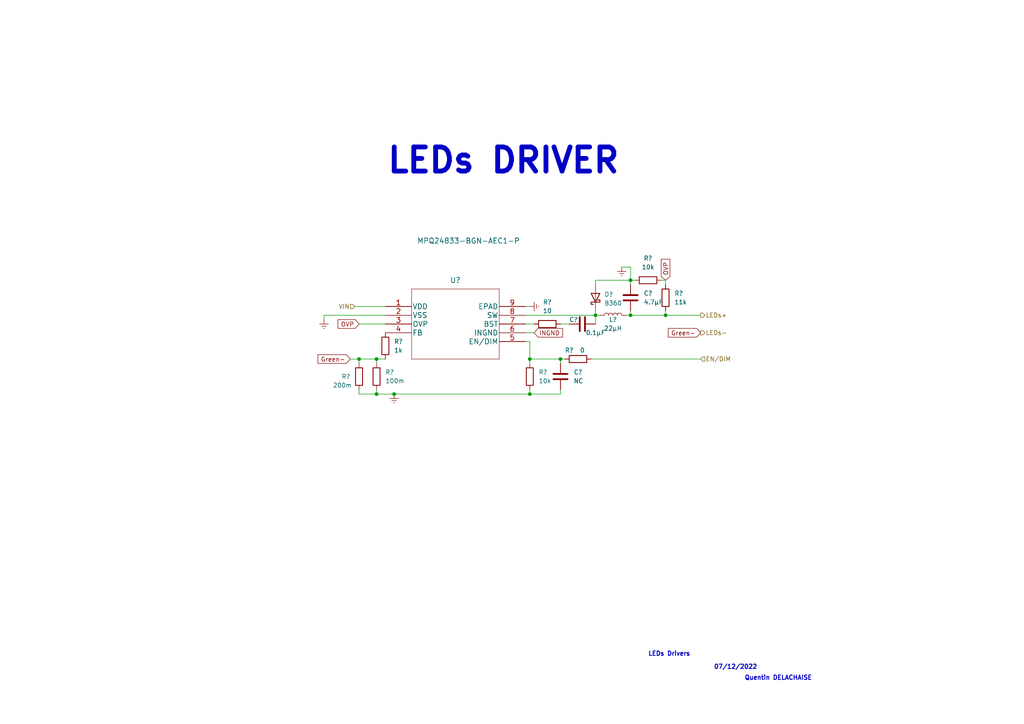
<source format=kicad_sch>
(kicad_sch (version 20211123) (generator eeschema)

  (uuid d6b815dd-2208-4874-b508-105785636584)

  (paper "A4")

  (lib_symbols
    (symbol "2022-11-15_15-27-28:MPQ24833-BGN-AEC1-P" (pin_names (offset 0.254)) (in_bom yes) (on_board yes)
      (property "Reference" "U1" (id 0) (at 20.32 11.43 0)
        (effects (font (size 1.524 1.524)))
      )
      (property "Value" "MPQ24833-BGN-AEC1-P" (id 1) (at 20.32 7.62 0)
        (effects (font (size 1.524 1.524)))
      )
      (property "Footprint" "Package_SO:SOIC-8-1EP_3.9x4.9mm_P1.27mm_EP2.29x3mm" (id 2) (at 20.32 6.096 0)
        (effects (font (size 1.524 1.524)) hide)
      )
      (property "Datasheet" "" (id 3) (at 0 0 0)
        (effects (font (size 1.524 1.524)))
      )
      (property "ki_locked" "" (id 4) (at 0 0 0)
        (effects (font (size 1.27 1.27)))
      )
      (property "ki_fp_filters" "SOIC-8_MPQ24833-BGN-AEC1_MNP SOIC-8_MPQ24833-BGN-AEC1_MNP-M SOIC-8_MPQ24833-BGN-AEC1_MNP-L" (id 5) (at 0 0 0)
        (effects (font (size 1.27 1.27)) hide)
      )
      (symbol "MPQ24833-BGN-AEC1-P_1_1"
        (polyline
          (pts
            (xy 7.62 -15.24)
            (xy 33.02 -15.24)
          )
          (stroke (width 0.127) (type default) (color 0 0 0 0))
          (fill (type none))
        )
        (polyline
          (pts
            (xy 7.62 5.08)
            (xy 7.62 -15.24)
          )
          (stroke (width 0.127) (type default) (color 0 0 0 0))
          (fill (type none))
        )
        (polyline
          (pts
            (xy 33.02 -15.24)
            (xy 33.02 5.08)
          )
          (stroke (width 0.127) (type default) (color 0 0 0 0))
          (fill (type none))
        )
        (polyline
          (pts
            (xy 33.02 5.08)
            (xy 7.62 5.08)
          )
          (stroke (width 0.127) (type default) (color 0 0 0 0))
          (fill (type none))
        )
        (pin power_in line (at 0 0 0) (length 7.62)
          (name "VDD" (effects (font (size 1.4986 1.4986))))
          (number "1" (effects (font (size 1.4986 1.4986))))
        )
        (pin power_in line (at 0 -2.54 0) (length 7.62)
          (name "VSS" (effects (font (size 1.4986 1.4986))))
          (number "2" (effects (font (size 1.4986 1.4986))))
        )
        (pin unspecified line (at 0 -5.08 0) (length 7.62)
          (name "OVP" (effects (font (size 1.4986 1.4986))))
          (number "3" (effects (font (size 1.4986 1.4986))))
        )
        (pin unspecified line (at 0 -7.62 0) (length 7.62)
          (name "FB" (effects (font (size 1.4986 1.4986))))
          (number "4" (effects (font (size 1.4986 1.4986))))
        )
        (pin unspecified line (at 40.64 -10.16 180) (length 7.62)
          (name "EN/DIM" (effects (font (size 1.4986 1.4986))))
          (number "5" (effects (font (size 1.4986 1.4986))))
        )
        (pin power_in line (at 40.64 -7.62 180) (length 7.62)
          (name "INGND" (effects (font (size 1.4986 1.4986))))
          (number "6" (effects (font (size 1.4986 1.4986))))
        )
        (pin unspecified line (at 40.64 -5.08 180) (length 7.62)
          (name "BST" (effects (font (size 1.4986 1.4986))))
          (number "7" (effects (font (size 1.4986 1.4986))))
        )
        (pin unspecified line (at 40.64 -2.54 180) (length 7.62)
          (name "SW" (effects (font (size 1.4986 1.4986))))
          (number "8" (effects (font (size 1.4986 1.4986))))
        )
        (pin power_in line (at 40.64 0 180) (length 7.62)
          (name "EPAD" (effects (font (size 1.4986 1.4986))))
          (number "9" (effects (font (size 1.4986 1.4986))))
        )
      )
    )
    (symbol "Device:C" (pin_numbers hide) (pin_names (offset 0.254)) (in_bom yes) (on_board yes)
      (property "Reference" "C" (id 0) (at 0.635 2.54 0)
        (effects (font (size 1.27 1.27)) (justify left))
      )
      (property "Value" "C" (id 1) (at 0.635 -2.54 0)
        (effects (font (size 1.27 1.27)) (justify left))
      )
      (property "Footprint" "" (id 2) (at 0.9652 -3.81 0)
        (effects (font (size 1.27 1.27)) hide)
      )
      (property "Datasheet" "~" (id 3) (at 0 0 0)
        (effects (font (size 1.27 1.27)) hide)
      )
      (property "ki_keywords" "cap capacitor" (id 4) (at 0 0 0)
        (effects (font (size 1.27 1.27)) hide)
      )
      (property "ki_description" "Unpolarized capacitor" (id 5) (at 0 0 0)
        (effects (font (size 1.27 1.27)) hide)
      )
      (property "ki_fp_filters" "C_*" (id 6) (at 0 0 0)
        (effects (font (size 1.27 1.27)) hide)
      )
      (symbol "C_0_1"
        (polyline
          (pts
            (xy -2.032 -0.762)
            (xy 2.032 -0.762)
          )
          (stroke (width 0.508) (type default) (color 0 0 0 0))
          (fill (type none))
        )
        (polyline
          (pts
            (xy -2.032 0.762)
            (xy 2.032 0.762)
          )
          (stroke (width 0.508) (type default) (color 0 0 0 0))
          (fill (type none))
        )
      )
      (symbol "C_1_1"
        (pin passive line (at 0 3.81 270) (length 2.794)
          (name "~" (effects (font (size 1.27 1.27))))
          (number "1" (effects (font (size 1.27 1.27))))
        )
        (pin passive line (at 0 -3.81 90) (length 2.794)
          (name "~" (effects (font (size 1.27 1.27))))
          (number "2" (effects (font (size 1.27 1.27))))
        )
      )
    )
    (symbol "Device:L" (pin_numbers hide) (pin_names (offset 1.016) hide) (in_bom yes) (on_board yes)
      (property "Reference" "L" (id 0) (at -1.27 0 90)
        (effects (font (size 1.27 1.27)))
      )
      (property "Value" "L" (id 1) (at 1.905 0 90)
        (effects (font (size 1.27 1.27)))
      )
      (property "Footprint" "" (id 2) (at 0 0 0)
        (effects (font (size 1.27 1.27)) hide)
      )
      (property "Datasheet" "~" (id 3) (at 0 0 0)
        (effects (font (size 1.27 1.27)) hide)
      )
      (property "ki_keywords" "inductor choke coil reactor magnetic" (id 4) (at 0 0 0)
        (effects (font (size 1.27 1.27)) hide)
      )
      (property "ki_description" "Inductor" (id 5) (at 0 0 0)
        (effects (font (size 1.27 1.27)) hide)
      )
      (property "ki_fp_filters" "Choke_* *Coil* Inductor_* L_*" (id 6) (at 0 0 0)
        (effects (font (size 1.27 1.27)) hide)
      )
      (symbol "L_0_1"
        (arc (start 0 -2.54) (mid 0.635 -1.905) (end 0 -1.27)
          (stroke (width 0) (type default) (color 0 0 0 0))
          (fill (type none))
        )
        (arc (start 0 -1.27) (mid 0.635 -0.635) (end 0 0)
          (stroke (width 0) (type default) (color 0 0 0 0))
          (fill (type none))
        )
        (arc (start 0 0) (mid 0.635 0.635) (end 0 1.27)
          (stroke (width 0) (type default) (color 0 0 0 0))
          (fill (type none))
        )
        (arc (start 0 1.27) (mid 0.635 1.905) (end 0 2.54)
          (stroke (width 0) (type default) (color 0 0 0 0))
          (fill (type none))
        )
      )
      (symbol "L_1_1"
        (pin passive line (at 0 3.81 270) (length 1.27)
          (name "1" (effects (font (size 1.27 1.27))))
          (number "1" (effects (font (size 1.27 1.27))))
        )
        (pin passive line (at 0 -3.81 90) (length 1.27)
          (name "2" (effects (font (size 1.27 1.27))))
          (number "2" (effects (font (size 1.27 1.27))))
        )
      )
    )
    (symbol "Device:R" (pin_numbers hide) (pin_names (offset 0)) (in_bom yes) (on_board yes)
      (property "Reference" "R" (id 0) (at 2.032 0 90)
        (effects (font (size 1.27 1.27)))
      )
      (property "Value" "R" (id 1) (at 0 0 90)
        (effects (font (size 1.27 1.27)))
      )
      (property "Footprint" "" (id 2) (at -1.778 0 90)
        (effects (font (size 1.27 1.27)) hide)
      )
      (property "Datasheet" "~" (id 3) (at 0 0 0)
        (effects (font (size 1.27 1.27)) hide)
      )
      (property "ki_keywords" "R res resistor" (id 4) (at 0 0 0)
        (effects (font (size 1.27 1.27)) hide)
      )
      (property "ki_description" "Resistor" (id 5) (at 0 0 0)
        (effects (font (size 1.27 1.27)) hide)
      )
      (property "ki_fp_filters" "R_*" (id 6) (at 0 0 0)
        (effects (font (size 1.27 1.27)) hide)
      )
      (symbol "R_0_1"
        (rectangle (start -1.016 -2.54) (end 1.016 2.54)
          (stroke (width 0.254) (type default) (color 0 0 0 0))
          (fill (type none))
        )
      )
      (symbol "R_1_1"
        (pin passive line (at 0 3.81 270) (length 1.27)
          (name "~" (effects (font (size 1.27 1.27))))
          (number "1" (effects (font (size 1.27 1.27))))
        )
        (pin passive line (at 0 -3.81 90) (length 1.27)
          (name "~" (effects (font (size 1.27 1.27))))
          (number "2" (effects (font (size 1.27 1.27))))
        )
      )
    )
    (symbol "Diode:B360" (pin_numbers hide) (pin_names (offset 1.016) hide) (in_bom yes) (on_board yes)
      (property "Reference" "D" (id 0) (at 0 2.54 0)
        (effects (font (size 1.27 1.27)))
      )
      (property "Value" "B360" (id 1) (at 0 -2.54 0)
        (effects (font (size 1.27 1.27)))
      )
      (property "Footprint" "Diode_SMD:D_SMC" (id 2) (at 0 -4.445 0)
        (effects (font (size 1.27 1.27)) hide)
      )
      (property "Datasheet" "http://www.jameco.com/Jameco/Products/ProdDS/1538777.pdf" (id 3) (at 0 0 0)
        (effects (font (size 1.27 1.27)) hide)
      )
      (property "ki_keywords" "diode Schottky" (id 4) (at 0 0 0)
        (effects (font (size 1.27 1.27)) hide)
      )
      (property "ki_description" "60V 3A Schottky Barrier Rectifier Diode, SMC" (id 5) (at 0 0 0)
        (effects (font (size 1.27 1.27)) hide)
      )
      (property "ki_fp_filters" "D*SMC*" (id 6) (at 0 0 0)
        (effects (font (size 1.27 1.27)) hide)
      )
      (symbol "B360_0_1"
        (polyline
          (pts
            (xy 1.27 0)
            (xy -1.27 0)
          )
          (stroke (width 0) (type default) (color 0 0 0 0))
          (fill (type none))
        )
        (polyline
          (pts
            (xy 1.27 1.27)
            (xy 1.27 -1.27)
            (xy -1.27 0)
            (xy 1.27 1.27)
          )
          (stroke (width 0.254) (type default) (color 0 0 0 0))
          (fill (type none))
        )
        (polyline
          (pts
            (xy -1.905 0.635)
            (xy -1.905 1.27)
            (xy -1.27 1.27)
            (xy -1.27 -1.27)
            (xy -0.635 -1.27)
            (xy -0.635 -0.635)
          )
          (stroke (width 0.254) (type default) (color 0 0 0 0))
          (fill (type none))
        )
      )
      (symbol "B360_1_1"
        (pin passive line (at -3.81 0 0) (length 2.54)
          (name "K" (effects (font (size 1.27 1.27))))
          (number "1" (effects (font (size 1.27 1.27))))
        )
        (pin passive line (at 3.81 0 180) (length 2.54)
          (name "A" (effects (font (size 1.27 1.27))))
          (number "2" (effects (font (size 1.27 1.27))))
        )
      )
    )
    (symbol "power:Earth" (power) (pin_names (offset 0)) (in_bom yes) (on_board yes)
      (property "Reference" "#PWR" (id 0) (at 0 -6.35 0)
        (effects (font (size 1.27 1.27)) hide)
      )
      (property "Value" "Earth" (id 1) (at 0 -3.81 0)
        (effects (font (size 1.27 1.27)) hide)
      )
      (property "Footprint" "" (id 2) (at 0 0 0)
        (effects (font (size 1.27 1.27)) hide)
      )
      (property "Datasheet" "~" (id 3) (at 0 0 0)
        (effects (font (size 1.27 1.27)) hide)
      )
      (property "ki_keywords" "power-flag ground gnd" (id 4) (at 0 0 0)
        (effects (font (size 1.27 1.27)) hide)
      )
      (property "ki_description" "Power symbol creates a global label with name \"Earth\"" (id 5) (at 0 0 0)
        (effects (font (size 1.27 1.27)) hide)
      )
      (symbol "Earth_0_1"
        (polyline
          (pts
            (xy -0.635 -1.905)
            (xy 0.635 -1.905)
          )
          (stroke (width 0) (type default) (color 0 0 0 0))
          (fill (type none))
        )
        (polyline
          (pts
            (xy -0.127 -2.54)
            (xy 0.127 -2.54)
          )
          (stroke (width 0) (type default) (color 0 0 0 0))
          (fill (type none))
        )
        (polyline
          (pts
            (xy 0 -1.27)
            (xy 0 0)
          )
          (stroke (width 0) (type default) (color 0 0 0 0))
          (fill (type none))
        )
        (polyline
          (pts
            (xy 1.27 -1.27)
            (xy -1.27 -1.27)
          )
          (stroke (width 0) (type default) (color 0 0 0 0))
          (fill (type none))
        )
      )
      (symbol "Earth_1_1"
        (pin power_in line (at 0 0 270) (length 0) hide
          (name "Earth" (effects (font (size 1.27 1.27))))
          (number "1" (effects (font (size 1.27 1.27))))
        )
      )
    )
  )

  (junction (at 153.67 104.14) (diameter 0) (color 0 0 0 0)
    (uuid 0e40d9a4-3c20-40fb-8a50-bc5aeb5e4f47)
  )
  (junction (at 193.04 91.44) (diameter 0) (color 0 0 0 0)
    (uuid 14d9e8aa-7a79-45a7-a68d-fecbd1e107c6)
  )
  (junction (at 182.88 81.28) (diameter 0) (color 0 0 0 0)
    (uuid 34f2988d-5478-4907-b467-24b5c068d3b2)
  )
  (junction (at 182.88 91.44) (diameter 0) (color 0 0 0 0)
    (uuid 4cacf17e-74f3-4077-8842-255e3872a622)
  )
  (junction (at 109.22 104.14) (diameter 0) (color 0 0 0 0)
    (uuid 596bd328-0819-43b4-a48f-f483e9b464a3)
  )
  (junction (at 162.56 104.14) (diameter 0) (color 0 0 0 0)
    (uuid 7230237a-adfb-4a83-8004-7b2d9d6fb050)
  )
  (junction (at 172.72 91.44) (diameter 0) (color 0 0 0 0)
    (uuid 8f183b73-e952-4a5a-8d79-ee61c62ee3ed)
  )
  (junction (at 109.22 114.3) (diameter 0) (color 0 0 0 0)
    (uuid a7f6d442-d3ea-4b37-a73c-69de2427d050)
  )
  (junction (at 114.3 114.3) (diameter 0) (color 0 0 0 0)
    (uuid d5e2903c-87c1-4050-80ac-cf146455beb6)
  )
  (junction (at 153.67 114.3) (diameter 0) (color 0 0 0 0)
    (uuid d756492c-4506-4b87-8ec9-b9a0d9e3b503)
  )
  (junction (at 104.14 104.14) (diameter 0) (color 0 0 0 0)
    (uuid e1c92ceb-cbff-4ac7-9abb-fef31c4dc831)
  )

  (wire (pts (xy 182.88 81.28) (xy 182.88 82.55))
    (stroke (width 0) (type default) (color 0 0 0 0))
    (uuid 0ab9fdff-26b9-49bb-a351-bb9e703b2964)
  )
  (wire (pts (xy 153.67 114.3) (xy 162.56 114.3))
    (stroke (width 0) (type default) (color 0 0 0 0))
    (uuid 13927988-cdcb-4332-859e-b18817518b72)
  )
  (wire (pts (xy 153.67 113.03) (xy 153.67 114.3))
    (stroke (width 0) (type default) (color 0 0 0 0))
    (uuid 1a1c8127-e0f1-4fb9-b0c1-e2bae1e54eca)
  )
  (wire (pts (xy 153.67 99.06) (xy 153.67 104.14))
    (stroke (width 0) (type default) (color 0 0 0 0))
    (uuid 1cc04f02-a48a-4dd3-8f22-0dc06fb3730e)
  )
  (wire (pts (xy 182.88 91.44) (xy 193.04 91.44))
    (stroke (width 0) (type default) (color 0 0 0 0))
    (uuid 1d2ad9a1-9da9-41cf-84db-2c8259c314b2)
  )
  (wire (pts (xy 114.3 114.3) (xy 109.22 114.3))
    (stroke (width 0) (type default) (color 0 0 0 0))
    (uuid 1e1e8c9c-c987-453c-8183-c196fb49313e)
  )
  (wire (pts (xy 182.88 77.47) (xy 182.88 81.28))
    (stroke (width 0) (type default) (color 0 0 0 0))
    (uuid 34554f07-4b94-4908-9f8d-e134366d53e1)
  )
  (wire (pts (xy 181.61 91.44) (xy 182.88 91.44))
    (stroke (width 0) (type default) (color 0 0 0 0))
    (uuid 3cbbf34d-4bf0-484f-b5dd-8a187b54460a)
  )
  (wire (pts (xy 152.4 88.9) (xy 153.67 88.9))
    (stroke (width 0) (type default) (color 0 0 0 0))
    (uuid 46482f22-8d31-4a7b-9f16-73182f8518ca)
  )
  (wire (pts (xy 152.4 91.44) (xy 172.72 91.44))
    (stroke (width 0) (type default) (color 0 0 0 0))
    (uuid 4c79615a-4977-499c-9b1c-0149bf82cc92)
  )
  (wire (pts (xy 101.6 104.14) (xy 104.14 104.14))
    (stroke (width 0) (type default) (color 0 0 0 0))
    (uuid 4d0d1ece-8d26-464e-a70b-357492aba1c9)
  )
  (wire (pts (xy 171.45 104.14) (xy 203.2 104.14))
    (stroke (width 0) (type default) (color 0 0 0 0))
    (uuid 59219387-b974-41e9-83a9-f447ae42cc02)
  )
  (wire (pts (xy 172.72 82.55) (xy 172.72 81.28))
    (stroke (width 0) (type default) (color 0 0 0 0))
    (uuid 599c2596-491b-4eb1-995d-f5aeaea7dcbb)
  )
  (wire (pts (xy 153.67 104.14) (xy 162.56 104.14))
    (stroke (width 0) (type default) (color 0 0 0 0))
    (uuid 5e4b52a6-0c5c-4916-99ea-7783526e329a)
  )
  (wire (pts (xy 172.72 90.17) (xy 172.72 91.44))
    (stroke (width 0) (type default) (color 0 0 0 0))
    (uuid 6c6ca83a-c645-47e0-b186-19fa40c4ad95)
  )
  (wire (pts (xy 180.34 77.47) (xy 182.88 77.47))
    (stroke (width 0) (type default) (color 0 0 0 0))
    (uuid 7086c5f7-2c53-4958-a032-c2bd22fe533e)
  )
  (wire (pts (xy 102.87 88.9) (xy 111.76 88.9))
    (stroke (width 0) (type default) (color 0 0 0 0))
    (uuid 70d8e4c9-b344-4598-9b8c-53d217e72d51)
  )
  (wire (pts (xy 172.72 91.44) (xy 173.99 91.44))
    (stroke (width 0) (type default) (color 0 0 0 0))
    (uuid 7131451a-c4b8-4366-9d76-e14538d82810)
  )
  (wire (pts (xy 104.14 113.03) (xy 104.14 114.3))
    (stroke (width 0) (type default) (color 0 0 0 0))
    (uuid 72410e1c-443c-4045-8745-0fbed655261b)
  )
  (wire (pts (xy 109.22 104.14) (xy 111.76 104.14))
    (stroke (width 0) (type default) (color 0 0 0 0))
    (uuid 751e5a06-864f-4e1d-9822-bde63576fab1)
  )
  (wire (pts (xy 152.4 99.06) (xy 153.67 99.06))
    (stroke (width 0) (type default) (color 0 0 0 0))
    (uuid 785206a0-8675-4ff8-957a-7c3d494fbdfe)
  )
  (wire (pts (xy 114.3 114.3) (xy 153.67 114.3))
    (stroke (width 0) (type default) (color 0 0 0 0))
    (uuid 78d49b5b-c0e2-4528-9058-19e5847627da)
  )
  (wire (pts (xy 104.14 104.14) (xy 109.22 104.14))
    (stroke (width 0) (type default) (color 0 0 0 0))
    (uuid 7d871f57-06fb-4613-b193-8e054f128f5a)
  )
  (wire (pts (xy 162.56 104.14) (xy 162.56 105.41))
    (stroke (width 0) (type default) (color 0 0 0 0))
    (uuid 83c15ce8-56ac-4999-94ed-c1b9c58ae073)
  )
  (wire (pts (xy 172.72 81.28) (xy 182.88 81.28))
    (stroke (width 0) (type default) (color 0 0 0 0))
    (uuid 869ac375-8e21-4f30-96a1-223b8647c628)
  )
  (wire (pts (xy 111.76 91.44) (xy 93.98 91.44))
    (stroke (width 0) (type default) (color 0 0 0 0))
    (uuid 91c9b3db-dc8b-4053-b39f-efd89e54736d)
  )
  (wire (pts (xy 152.4 96.52) (xy 154.94 96.52))
    (stroke (width 0) (type default) (color 0 0 0 0))
    (uuid 9d3247f0-0ee6-40ca-82b1-3e694fd00f40)
  )
  (wire (pts (xy 193.04 91.44) (xy 203.2 91.44))
    (stroke (width 0) (type default) (color 0 0 0 0))
    (uuid a77af939-00ad-4206-8a67-146a9f921011)
  )
  (wire (pts (xy 93.98 91.44) (xy 93.98 92.71))
    (stroke (width 0) (type default) (color 0 0 0 0))
    (uuid a9a62bb6-0d99-4707-a78c-bcd3e6accbab)
  )
  (wire (pts (xy 104.14 105.41) (xy 104.14 104.14))
    (stroke (width 0) (type default) (color 0 0 0 0))
    (uuid b1819cfe-0645-4838-92e7-2ee5b96e206d)
  )
  (wire (pts (xy 104.14 93.98) (xy 111.76 93.98))
    (stroke (width 0) (type default) (color 0 0 0 0))
    (uuid b31be3af-8d25-4158-980e-bb0285958776)
  )
  (wire (pts (xy 193.04 81.28) (xy 191.77 81.28))
    (stroke (width 0) (type default) (color 0 0 0 0))
    (uuid b9794c5b-e948-4a0c-8e7f-ab6343ee0a3f)
  )
  (wire (pts (xy 152.4 93.98) (xy 154.94 93.98))
    (stroke (width 0) (type default) (color 0 0 0 0))
    (uuid ba81f198-fbee-4113-bff3-53ad39f68091)
  )
  (wire (pts (xy 172.72 91.44) (xy 172.72 93.98))
    (stroke (width 0) (type default) (color 0 0 0 0))
    (uuid bacace2a-1f35-43a3-a709-4ae2967c1fd5)
  )
  (wire (pts (xy 182.88 90.17) (xy 182.88 91.44))
    (stroke (width 0) (type default) (color 0 0 0 0))
    (uuid bf3ff312-2972-4918-8e90-472385c8ac12)
  )
  (wire (pts (xy 162.56 93.98) (xy 165.1 93.98))
    (stroke (width 0) (type default) (color 0 0 0 0))
    (uuid c2159ec9-220a-4700-95b3-773063ef36c1)
  )
  (wire (pts (xy 193.04 90.17) (xy 193.04 91.44))
    (stroke (width 0) (type default) (color 0 0 0 0))
    (uuid c3553ed2-4b21-4e0a-8af8-d90a99b3f56d)
  )
  (wire (pts (xy 162.56 104.14) (xy 163.83 104.14))
    (stroke (width 0) (type default) (color 0 0 0 0))
    (uuid c959539a-6f92-4b64-bb0c-8196488c37ad)
  )
  (wire (pts (xy 109.22 105.41) (xy 109.22 104.14))
    (stroke (width 0) (type default) (color 0 0 0 0))
    (uuid d09e0f04-0785-45ad-98f4-68cec968e40d)
  )
  (wire (pts (xy 109.22 114.3) (xy 104.14 114.3))
    (stroke (width 0) (type default) (color 0 0 0 0))
    (uuid d76a52a9-1949-4768-b1c7-ce9034bd416f)
  )
  (wire (pts (xy 162.56 114.3) (xy 162.56 113.03))
    (stroke (width 0) (type default) (color 0 0 0 0))
    (uuid da39fce8-135a-4505-865b-9a3dd1a53cf8)
  )
  (wire (pts (xy 193.04 82.55) (xy 193.04 81.28))
    (stroke (width 0) (type default) (color 0 0 0 0))
    (uuid dd7905d5-b2da-494a-a103-3484df994db4)
  )
  (wire (pts (xy 109.22 113.03) (xy 109.22 114.3))
    (stroke (width 0) (type default) (color 0 0 0 0))
    (uuid e0526c76-97ff-486b-ae7f-50aa9de4167d)
  )
  (wire (pts (xy 153.67 104.14) (xy 153.67 105.41))
    (stroke (width 0) (type default) (color 0 0 0 0))
    (uuid ebd12142-6622-44b1-9b20-2e5236455614)
  )
  (wire (pts (xy 182.88 81.28) (xy 184.15 81.28))
    (stroke (width 0) (type default) (color 0 0 0 0))
    (uuid ed266425-56e7-4fbf-9021-c6fc155f5c5f)
  )

  (text "LEDs DRIVER\n" (at 111.76 50.8 0)
    (effects (font (size 7 7) (thickness 1.4) bold) (justify left bottom))
    (uuid 9c1d4166-59f1-405d-a285-56396c0b8cbe)
  )
  (text "Quentin DELACHAISE" (at 215.9 197.485 0)
    (effects (font (size 1.27 1.27) bold) (justify left bottom))
    (uuid a4f29c61-a20a-4d77-8f00-2723f1a7f9d6)
  )
  (text "LEDs Drivers" (at 187.96 190.5 0)
    (effects (font (size 1.27 1.27) bold) (justify left bottom))
    (uuid d259db25-0808-4ced-ae4d-522837f5eb32)
  )
  (text "07/12/2022" (at 207.01 194.31 0)
    (effects (font (size 1.27 1.27) bold) (justify left bottom))
    (uuid d39a55dc-f49f-4bf4-acec-f23db54962b2)
  )

  (global_label "OVP" (shape input) (at 193.04 81.28 90) (fields_autoplaced)
    (effects (font (size 1.27 1.27)) (justify left))
    (uuid 08efc298-dd29-4843-a4b4-691a6ed1d9e9)
    (property "Références Inter-Feuilles" "${INTERSHEET_REFS}" (id 0) (at 193.1194 75.1779 90)
      (effects (font (size 1.27 1.27)) (justify left) hide)
    )
  )
  (global_label "OVP" (shape input) (at 104.14 93.98 180) (fields_autoplaced)
    (effects (font (size 1.27 1.27)) (justify right))
    (uuid 0b7e2edb-175e-45b0-850f-231e7a5ac7dc)
    (property "Références Inter-Feuilles" "${INTERSHEET_REFS}" (id 0) (at 98.0379 93.9006 0)
      (effects (font (size 1.27 1.27)) (justify right) hide)
    )
  )
  (global_label "Green-" (shape input) (at 101.6 104.14 180) (fields_autoplaced)
    (effects (font (size 1.27 1.27)) (justify right))
    (uuid 6029944b-2927-4050-88a6-e25769bedb97)
    (property "Références Inter-Feuilles" "${INTERSHEET_REFS}" (id 0) (at 92.2321 104.0606 0)
      (effects (font (size 1.27 1.27)) (justify right) hide)
    )
  )
  (global_label "INGND" (shape input) (at 154.94 96.52 0) (fields_autoplaced)
    (effects (font (size 1.27 1.27)) (justify left))
    (uuid 652ce8e2-6263-429c-9f57-5e144ed714be)
    (property "Références Inter-Feuilles" "${INTERSHEET_REFS}" (id 0) (at 163.1588 96.4406 0)
      (effects (font (size 1.27 1.27)) (justify left) hide)
    )
  )
  (global_label "Green-" (shape input) (at 203.2 96.52 180) (fields_autoplaced)
    (effects (font (size 1.27 1.27)) (justify right))
    (uuid 99467629-37de-4988-a683-da5e76c1b618)
    (property "Références Inter-Feuilles" "${INTERSHEET_REFS}" (id 0) (at 193.8321 96.4406 0)
      (effects (font (size 1.27 1.27)) (justify right) hide)
    )
  )

  (hierarchical_label "LEDs-" (shape output) (at 203.2 96.52 0)
    (effects (font (size 1.27 1.27)) (justify left))
    (uuid 6973938b-054e-4107-82c2-5636d1a131bf)
  )
  (hierarchical_label "LEDs+" (shape output) (at 203.2 91.44 0)
    (effects (font (size 1.27 1.27)) (justify left))
    (uuid 76c05f9f-a035-4b5b-9f78-e1dc24efbb27)
  )
  (hierarchical_label "EN{slash}DIM" (shape input) (at 203.2 104.14 0)
    (effects (font (size 1.27 1.27)) (justify left))
    (uuid 88721db7-76f8-4261-83ab-29547f267c08)
  )
  (hierarchical_label "VIN" (shape input) (at 102.87 88.9 180)
    (effects (font (size 1.27 1.27)) (justify right))
    (uuid aa91daed-0964-491f-9090-381dabf4cf35)
  )

  (symbol (lib_id "Device:R") (at 167.64 104.14 90) (unit 1)
    (in_bom yes) (on_board yes)
    (uuid 0f4753d3-c71f-409b-b313-f963721d9949)
    (property "Reference" "R6" (id 0) (at 165.1 101.6 90))
    (property "Value" "0" (id 1) (at 168.91 101.6 90))
    (property "Footprint" "Resistor_SMD:R_0603_1608Metric_Pad0.98x0.95mm_HandSolder" (id 2) (at 167.64 105.918 90)
      (effects (font (size 1.27 1.27)) hide)
    )
    (property "Datasheet" "~" (id 3) (at 167.64 104.14 0)
      (effects (font (size 1.27 1.27)) hide)
    )
    (pin "1" (uuid 1de01d63-1e39-4290-8b25-485d808b2032))
    (pin "2" (uuid 4877be16-3c3c-4a32-b5b0-3651eaa4b794))
  )

  (symbol (lib_id "Device:C") (at 182.88 86.36 180) (unit 1)
    (in_bom yes) (on_board yes) (fields_autoplaced)
    (uuid 22ca1b6e-cd4b-4bf2-ac93-53a32eddc37b)
    (property "Reference" "C5" (id 0) (at 186.69 85.0899 0)
      (effects (font (size 1.27 1.27)) (justify right))
    )
    (property "Value" "4.7µF" (id 1) (at 186.69 87.6299 0)
      (effects (font (size 1.27 1.27)) (justify right))
    )
    (property "Footprint" "Capacitor_SMD:CP_Elec_5x5.4" (id 2) (at 181.9148 82.55 0)
      (effects (font (size 1.27 1.27)) hide)
    )
    (property "Datasheet" "~" (id 3) (at 182.88 86.36 0)
      (effects (font (size 1.27 1.27)) hide)
    )
    (pin "1" (uuid 0982c481-51db-43d9-a96d-87c501b34a26))
    (pin "2" (uuid 63a81562-60a5-453a-893e-a14317783776))
  )

  (symbol (lib_id "power:Earth") (at 114.3 114.3 0) (unit 1)
    (in_bom yes) (on_board yes) (fields_autoplaced)
    (uuid 26a77574-6a17-4f3e-b9fa-6e451bf22940)
    (property "Reference" "#PWR04" (id 0) (at 114.3 120.65 0)
      (effects (font (size 1.27 1.27)) hide)
    )
    (property "Value" "Earth" (id 1) (at 114.3 118.11 0)
      (effects (font (size 1.27 1.27)) hide)
    )
    (property "Footprint" "" (id 2) (at 114.3 114.3 0)
      (effects (font (size 1.27 1.27)) hide)
    )
    (property "Datasheet" "~" (id 3) (at 114.3 114.3 0)
      (effects (font (size 1.27 1.27)) hide)
    )
    (pin "1" (uuid 7cadfdba-d704-4f99-a5ea-34947a2b91f2))
  )

  (symbol (lib_id "Device:R") (at 158.75 93.98 270) (unit 1)
    (in_bom yes) (on_board yes) (fields_autoplaced)
    (uuid 28e7ce2c-9808-45b9-8b19-0ba09119cc20)
    (property "Reference" "R5" (id 0) (at 158.75 87.63 90))
    (property "Value" "10" (id 1) (at 158.75 90.17 90))
    (property "Footprint" "Resistor_SMD:R_0603_1608Metric_Pad0.98x0.95mm_HandSolder" (id 2) (at 158.75 92.202 90)
      (effects (font (size 1.27 1.27)) hide)
    )
    (property "Datasheet" "~" (id 3) (at 158.75 93.98 0)
      (effects (font (size 1.27 1.27)) hide)
    )
    (pin "1" (uuid 47937684-7cda-41b9-afa6-0d6e68539e70))
    (pin "2" (uuid edb349db-cba6-4b77-acb0-74423af99ddb))
  )

  (symbol (lib_id "Device:L") (at 177.8 91.44 90) (unit 1)
    (in_bom yes) (on_board yes)
    (uuid 2d3ef2f1-cb2d-44f2-9fc9-3c99d9b6aa34)
    (property "Reference" "L1" (id 0) (at 177.8 92.71 90))
    (property "Value" "22µH" (id 1) (at 177.8 95.25 90))
    (property "Footprint" "Inductor_SMD:L_12x12mm_H8mm" (id 2) (at 177.8 91.44 0)
      (effects (font (size 1.27 1.27)) hide)
    )
    (property "Datasheet" "~" (id 3) (at 177.8 91.44 0)
      (effects (font (size 1.27 1.27)) hide)
    )
    (pin "1" (uuid 4a53e443-3c93-4ba0-826e-732574409e32))
    (pin "2" (uuid d44e46c1-e227-4f99-a49d-0e7eb20def27))
  )

  (symbol (lib_id "Device:R") (at 187.96 81.28 270) (unit 1)
    (in_bom yes) (on_board yes) (fields_autoplaced)
    (uuid 48219136-32e1-4dc2-be15-d5291477375d)
    (property "Reference" "R7" (id 0) (at 187.96 74.93 90))
    (property "Value" "10k" (id 1) (at 187.96 77.47 90))
    (property "Footprint" "Resistor_SMD:R_0603_1608Metric_Pad0.98x0.95mm_HandSolder" (id 2) (at 187.96 79.502 90)
      (effects (font (size 1.27 1.27)) hide)
    )
    (property "Datasheet" "~" (id 3) (at 187.96 81.28 0)
      (effects (font (size 1.27 1.27)) hide)
    )
    (pin "1" (uuid 39b21fd5-d5f8-42b4-b309-6dba9430a7f5))
    (pin "2" (uuid 7bfd6a18-0226-422d-b498-9b0fd14055c0))
  )

  (symbol (lib_id "2022-11-15_15-27-28:MPQ24833-BGN-AEC1-P") (at 111.76 88.9 0) (unit 1)
    (in_bom yes) (on_board yes)
    (uuid 5c919557-04a7-4d81-a18f-ed03f6a3d37b)
    (property "Reference" "U1" (id 0) (at 132.08 81.28 0)
      (effects (font (size 1.524 1.524)))
    )
    (property "Value" "MPQ24833-BGN-AEC1-P" (id 1) (at 135.89 69.85 0)
      (effects (font (size 1.524 1.524)))
    )
    (property "Footprint" "Package_SO:SOIC-8-1EP_3.9x4.9mm_P1.27mm_EP2.29x3mm" (id 2) (at 132.08 82.804 0)
      (effects (font (size 1.524 1.524)) hide)
    )
    (property "Datasheet" "" (id 3) (at 111.76 88.9 0)
      (effects (font (size 1.524 1.524)) hide)
    )
    (pin "1" (uuid 375bdf53-adb8-493f-a23d-048ceec70920))
    (pin "2" (uuid 50f33686-e59a-44d7-a7f7-d3c530e0f151))
    (pin "3" (uuid 4b546e0e-c230-46cf-b8b5-857b0d238837))
    (pin "4" (uuid 376c2d26-3cd6-434a-ab39-2b76b996d9ae))
    (pin "5" (uuid 1d4efb03-ba6e-40e5-8bae-9fab820a2675))
    (pin "6" (uuid 0f9f9549-a8bd-4274-84b7-a61a21be7fb5))
    (pin "7" (uuid 0cef382e-4591-4ad2-a107-ccfb6c4e98b0))
    (pin "8" (uuid 97d7d9f4-7369-4676-a691-e38ae7e52bc4))
    (pin "9" (uuid 2bfc981f-877b-4e49-8804-152545e99305))
  )

  (symbol (lib_id "Device:R") (at 153.67 109.22 180) (unit 1)
    (in_bom yes) (on_board yes) (fields_autoplaced)
    (uuid 61d61c49-529d-4159-a521-98f1251d25cd)
    (property "Reference" "R4" (id 0) (at 156.21 107.9499 0)
      (effects (font (size 1.27 1.27)) (justify right))
    )
    (property "Value" "10k" (id 1) (at 156.21 110.4899 0)
      (effects (font (size 1.27 1.27)) (justify right))
    )
    (property "Footprint" "Resistor_SMD:R_0603_1608Metric_Pad0.98x0.95mm_HandSolder" (id 2) (at 155.448 109.22 90)
      (effects (font (size 1.27 1.27)) hide)
    )
    (property "Datasheet" "~" (id 3) (at 153.67 109.22 0)
      (effects (font (size 1.27 1.27)) hide)
    )
    (pin "1" (uuid e1e48332-6691-428b-9d60-9c54f2660658))
    (pin "2" (uuid 31cbab07-86a4-4f52-b90a-85f9f915f428))
  )

  (symbol (lib_id "power:Earth") (at 153.67 88.9 90) (mirror x) (unit 1)
    (in_bom yes) (on_board yes) (fields_autoplaced)
    (uuid 6c2efe74-aa9a-4ad0-9084-674d9f166f06)
    (property "Reference" "#PWR05" (id 0) (at 160.02 88.9 0)
      (effects (font (size 1.27 1.27)) hide)
    )
    (property "Value" "Earth" (id 1) (at 157.48 88.9 0)
      (effects (font (size 1.27 1.27)) hide)
    )
    (property "Footprint" "" (id 2) (at 153.67 88.9 0)
      (effects (font (size 1.27 1.27)) hide)
    )
    (property "Datasheet" "~" (id 3) (at 153.67 88.9 0)
      (effects (font (size 1.27 1.27)) hide)
    )
    (pin "1" (uuid 087dff44-5cdf-4664-a1bc-687c5c0e8cbb))
  )

  (symbol (lib_id "Device:R") (at 104.14 109.22 180) (unit 1)
    (in_bom yes) (on_board yes)
    (uuid 7c480b73-fc31-4e80-8028-4416d6bd7f10)
    (property "Reference" "R1" (id 0) (at 99.06 109.22 0)
      (effects (font (size 1.27 1.27)) (justify right))
    )
    (property "Value" "250m" (id 1) (at 96.52 111.76 0)
      (effects (font (size 1.27 1.27)) (justify right))
    )
    (property "Footprint" "Resistor_SMD:R_1206_3216Metric_Pad1.30x1.75mm_HandSolder" (id 2) (at 105.918 109.22 90)
      (effects (font (size 1.27 1.27)) hide)
    )
    (property "Datasheet" "~" (id 3) (at 104.14 109.22 0)
      (effects (font (size 1.27 1.27)) hide)
    )
    (pin "1" (uuid f4c0b70b-6a98-4b1e-a337-114d45afdae5))
    (pin "2" (uuid 44cf2f6f-20f9-4ce7-bbc5-a7a2179f4480))
  )

  (symbol (lib_id "Diode:B360") (at 172.72 86.36 90) (unit 1)
    (in_bom yes) (on_board yes) (fields_autoplaced)
    (uuid 860e47f1-db03-45c4-baca-ec2f90c918c4)
    (property "Reference" "D1" (id 0) (at 175.26 85.4074 90)
      (effects (font (size 1.27 1.27)) (justify right))
    )
    (property "Value" "B360" (id 1) (at 175.26 87.9474 90)
      (effects (font (size 1.27 1.27)) (justify right))
    )
    (property "Footprint" "Diode_SMD:D_SMC" (id 2) (at 177.165 86.36 0)
      (effects (font (size 1.27 1.27)) hide)
    )
    (property "Datasheet" "http://www.jameco.com/Jameco/Products/ProdDS/1538777.pdf" (id 3) (at 172.72 86.36 0)
      (effects (font (size 1.27 1.27)) hide)
    )
    (pin "1" (uuid 31b11795-f290-473c-bbb9-48ed7df1e259))
    (pin "2" (uuid b772c3e4-edd2-4aea-9613-766d55cb4610))
  )

  (symbol (lib_id "power:Earth") (at 180.34 77.47 0) (unit 1)
    (in_bom yes) (on_board yes) (fields_autoplaced)
    (uuid 98b5ccd3-65b0-4bea-aa23-ac1f378a284c)
    (property "Reference" "#PWR06" (id 0) (at 180.34 83.82 0)
      (effects (font (size 1.27 1.27)) hide)
    )
    (property "Value" "Earth" (id 1) (at 180.34 81.28 0)
      (effects (font (size 1.27 1.27)) hide)
    )
    (property "Footprint" "" (id 2) (at 180.34 77.47 0)
      (effects (font (size 1.27 1.27)) hide)
    )
    (property "Datasheet" "~" (id 3) (at 180.34 77.47 0)
      (effects (font (size 1.27 1.27)) hide)
    )
    (pin "1" (uuid 7bed6514-efa5-4f0b-b2be-e58c2c0398cd))
  )

  (symbol (lib_id "Device:R") (at 109.22 109.22 180) (unit 1)
    (in_bom yes) (on_board yes) (fields_autoplaced)
    (uuid 9f8da196-3b25-4a6c-a5e9-20956c3ff215)
    (property "Reference" "R2" (id 0) (at 111.76 107.9499 0)
      (effects (font (size 1.27 1.27)) (justify right))
    )
    (property "Value" "250m" (id 1) (at 111.76 110.4899 0)
      (effects (font (size 1.27 1.27)) (justify right))
    )
    (property "Footprint" "Resistor_SMD:R_1206_3216Metric_Pad1.30x1.75mm_HandSolder" (id 2) (at 110.998 109.22 90)
      (effects (font (size 1.27 1.27)) hide)
    )
    (property "Datasheet" "~" (id 3) (at 109.22 109.22 0)
      (effects (font (size 1.27 1.27)) hide)
    )
    (pin "1" (uuid 81641736-1cce-4157-883f-43cf9f139d06))
    (pin "2" (uuid f2d90041-cef2-4419-b04b-d49b71d9482f))
  )

  (symbol (lib_id "Device:R") (at 111.76 100.33 180) (unit 1)
    (in_bom yes) (on_board yes) (fields_autoplaced)
    (uuid ac546818-4e83-4246-9720-a5ceb9adb17e)
    (property "Reference" "R3" (id 0) (at 114.3 99.0599 0)
      (effects (font (size 1.27 1.27)) (justify right))
    )
    (property "Value" "1k" (id 1) (at 114.3 101.5999 0)
      (effects (font (size 1.27 1.27)) (justify right))
    )
    (property "Footprint" "Resistor_SMD:R_0603_1608Metric_Pad0.98x0.95mm_HandSolder" (id 2) (at 113.538 100.33 90)
      (effects (font (size 1.27 1.27)) hide)
    )
    (property "Datasheet" "~" (id 3) (at 111.76 100.33 0)
      (effects (font (size 1.27 1.27)) hide)
    )
    (pin "1" (uuid f82ce678-e611-4a02-9f5a-8791ab5bafdd))
    (pin "2" (uuid 9da995ef-1b11-4c1b-91c9-1fb22766e959))
  )

  (symbol (lib_id "Device:R") (at 193.04 86.36 180) (unit 1)
    (in_bom yes) (on_board yes) (fields_autoplaced)
    (uuid acfeeb17-d2ba-4c23-86f2-16720981e2f2)
    (property "Reference" "R8" (id 0) (at 195.58 85.0899 0)
      (effects (font (size 1.27 1.27)) (justify right))
    )
    (property "Value" "11k" (id 1) (at 195.58 87.6299 0)
      (effects (font (size 1.27 1.27)) (justify right))
    )
    (property "Footprint" "Resistor_SMD:R_0603_1608Metric_Pad0.98x0.95mm_HandSolder" (id 2) (at 194.818 86.36 90)
      (effects (font (size 1.27 1.27)) hide)
    )
    (property "Datasheet" "~" (id 3) (at 193.04 86.36 0)
      (effects (font (size 1.27 1.27)) hide)
    )
    (pin "1" (uuid ed674e07-ffb5-48de-b76e-db37ee842dee))
    (pin "2" (uuid 37edd1fa-dbd2-42e4-978a-378453e40f89))
  )

  (symbol (lib_id "Device:C") (at 162.56 109.22 0) (unit 1)
    (in_bom yes) (on_board yes) (fields_autoplaced)
    (uuid cf407f20-5900-4116-9d7b-9cbfa6935aad)
    (property "Reference" "C3" (id 0) (at 166.37 107.9499 0)
      (effects (font (size 1.27 1.27)) (justify left))
    )
    (property "Value" "NC" (id 1) (at 166.37 110.4899 0)
      (effects (font (size 1.27 1.27)) (justify left))
    )
    (property "Footprint" "Capacitor_SMD:C_0201_0603Metric_Pad0.64x0.40mm_HandSolder" (id 2) (at 163.5252 113.03 0)
      (effects (font (size 1.27 1.27)) hide)
    )
    (property "Datasheet" "~" (id 3) (at 162.56 109.22 0)
      (effects (font (size 1.27 1.27)) hide)
    )
    (pin "1" (uuid 27fa588e-ca82-4c0a-b767-92cc8e5118fe))
    (pin "2" (uuid 57cdd925-9ead-4475-820c-211d6d248b23))
  )

  (symbol (lib_id "Device:C") (at 168.91 93.98 90) (unit 1)
    (in_bom yes) (on_board yes)
    (uuid e91ac16c-fe5a-473c-b8c5-4901c8a97fdf)
    (property "Reference" "C4" (id 0) (at 166.37 92.71 90))
    (property "Value" "0.1µF" (id 1) (at 172.72 96.52 90))
    (property "Footprint" "Capacitor_SMD:C_0201_0603Metric_Pad0.64x0.40mm_HandSolder" (id 2) (at 172.72 93.0148 0)
      (effects (font (size 1.27 1.27)) hide)
    )
    (property "Datasheet" "~" (id 3) (at 168.91 93.98 0)
      (effects (font (size 1.27 1.27)) hide)
    )
    (pin "1" (uuid f876077e-fd54-4223-9f49-6605a008ce28))
    (pin "2" (uuid 7ae971d1-b972-422b-ae3c-9631d76f8c78))
  )

  (symbol (lib_id "power:Earth") (at 93.98 92.71 0) (unit 1)
    (in_bom yes) (on_board yes) (fields_autoplaced)
    (uuid e973efa5-6ff6-4c6e-a0e7-a60ce55cb4a2)
    (property "Reference" "#PWR03" (id 0) (at 93.98 99.06 0)
      (effects (font (size 1.27 1.27)) hide)
    )
    (property "Value" "Earth" (id 1) (at 93.98 96.52 0)
      (effects (font (size 1.27 1.27)) hide)
    )
    (property "Footprint" "" (id 2) (at 93.98 92.71 0)
      (effects (font (size 1.27 1.27)) hide)
    )
    (property "Datasheet" "~" (id 3) (at 93.98 92.71 0)
      (effects (font (size 1.27 1.27)) hide)
    )
    (pin "1" (uuid 7bd2e01e-934d-4d50-9f7c-d9e7bcb22cb8))
  )

  (sheet_instances
    (path "/" (page "1"))
  )

  (symbol_instances
    (path "/26a77574-6a17-4f3e-b9fa-6e451bf22940"
      (reference "#PWR?") (unit 1) (value "Earth") (footprint "")
    )
    (path "/6c2efe74-aa9a-4ad0-9084-674d9f166f06"
      (reference "#PWR?") (unit 1) (value "Earth") (footprint "")
    )
    (path "/98b5ccd3-65b0-4bea-aa23-ac1f378a284c"
      (reference "#PWR?") (unit 1) (value "Earth") (footprint "")
    )
    (path "/e973efa5-6ff6-4c6e-a0e7-a60ce55cb4a2"
      (reference "#PWR?") (unit 1) (value "Earth") (footprint "")
    )
    (path "/118f8517-3d7b-44ba-bd1d-597b4009428c"
      (reference "C?") (unit 1) (value "4.7µF") (footprint "Capacitor_SMD:CP_Elec_5x5.4")
    )
    (path "/22ca1b6e-cd4b-4bf2-ac93-53a32eddc37b"
      (reference "C?") (unit 1) (value "4.7µF") (footprint "Capacitor_SMD:CP_Elec_5x5.4")
    )
    (path "/cf407f20-5900-4116-9d7b-9cbfa6935aad"
      (reference "C?") (unit 1) (value "NC") (footprint "Capacitor_SMD:C_0201_0603Metric_Pad0.64x0.40mm_HandSolder")
    )
    (path "/e20aa5a9-6d84-45fd-955f-9f66f22c5ff8"
      (reference "C?") (unit 1) (value "4.7µF") (footprint "Capacitor_SMD:CP_Elec_5x5.4")
    )
    (path "/e91ac16c-fe5a-473c-b8c5-4901c8a97fdf"
      (reference "C?") (unit 1) (value "0.1µF") (footprint "Capacitor_SMD:C_0201_0603Metric_Pad0.64x0.40mm_HandSolder")
    )
    (path "/860e47f1-db03-45c4-baca-ec2f90c918c4"
      (reference "D?") (unit 1) (value "B360") (footprint "Diode_SMD:D_SMC")
    )
    (path "/2d3ef2f1-cb2d-44f2-9fc9-3c99d9b6aa34"
      (reference "L?") (unit 1) (value "22µH") (footprint "footprints:7847709220")
    )
    (path "/0f4753d3-c71f-409b-b313-f963721d9949"
      (reference "R?") (unit 1) (value "0") (footprint "Resistor_SMD:R_0603_1608Metric_Pad0.98x0.95mm_HandSolder")
    )
    (path "/28e7ce2c-9808-45b9-8b19-0ba09119cc20"
      (reference "R?") (unit 1) (value "10") (footprint "Resistor_SMD:R_0603_1608Metric_Pad0.98x0.95mm_HandSolder")
    )
    (path "/48219136-32e1-4dc2-be15-d5291477375d"
      (reference "R?") (unit 1) (value "10k") (footprint "Resistor_SMD:R_0603_1608Metric_Pad0.98x0.95mm_HandSolder")
    )
    (path "/61d61c49-529d-4159-a521-98f1251d25cd"
      (reference "R?") (unit 1) (value "10k") (footprint "Resistor_SMD:R_0603_1608Metric_Pad0.98x0.95mm_HandSolder")
    )
    (path "/7c480b73-fc31-4e80-8028-4416d6bd7f10"
      (reference "R?") (unit 1) (value "200m") (footprint "Resistor_SMD:R_1206_3216Metric_Pad1.30x1.75mm_HandSolder")
    )
    (path "/9f8da196-3b25-4a6c-a5e9-20956c3ff215"
      (reference "R?") (unit 1) (value "100m") (footprint "Resistor_SMD:R_1206_3216Metric_Pad1.30x1.75mm_HandSolder")
    )
    (path "/ac546818-4e83-4246-9720-a5ceb9adb17e"
      (reference "R?") (unit 1) (value "1k") (footprint "Resistor_SMD:R_0603_1608Metric_Pad0.98x0.95mm_HandSolder")
    )
    (path "/acfeeb17-d2ba-4c23-86f2-16720981e2f2"
      (reference "R?") (unit 1) (value "11k") (footprint "Resistor_SMD:R_0603_1608Metric_Pad0.98x0.95mm_HandSolder")
    )
    (path "/5c919557-04a7-4d81-a18f-ed03f6a3d37b"
      (reference "U?") (unit 1) (value "MPQ24833-BGN-AEC1-P") (footprint "Package_SO:SOIC-8-1EP_3.9x4.9mm_P1.27mm_EP2.29x3mm")
    )
  )
)

</source>
